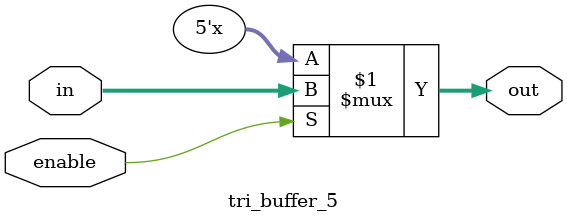
<source format=v>
module tri_buffer_5(in, enable, out);
    input [4:0] in;
    input enable;
    output [4:0] out;

    assign out = enable ? in : 5'bz;

endmodule
</source>
